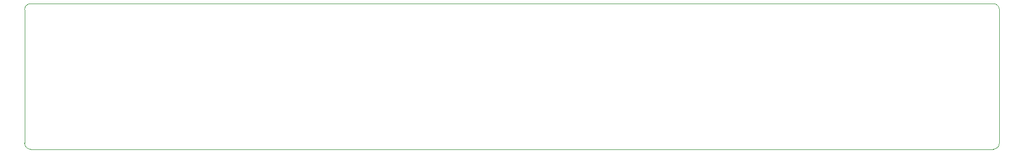
<source format=gbr>
G04 #@! TF.GenerationSoftware,KiCad,Pcbnew,(5.1.5)-2*
G04 #@! TF.CreationDate,2020-03-13T20:39:15+13:00*
G04 #@! TF.ProjectId,sony_plate,736f6e79-5f70-46c6-9174-652e6b696361,rev?*
G04 #@! TF.SameCoordinates,Original*
G04 #@! TF.FileFunction,Profile,NP*
%FSLAX46Y46*%
G04 Gerber Fmt 4.6, Leading zero omitted, Abs format (unit mm)*
G04 Created by KiCad (PCBNEW (5.1.5)-2) date 2020-03-13 20:39:15*
%MOMM*%
%LPD*%
G04 APERTURE LIST*
%ADD10C,0.050000*%
G04 APERTURE END LIST*
D10*
X31000000Y-100000000D02*
X189000000Y-100000000D01*
X30000000Y-123000000D02*
X30000000Y-101000000D01*
X189000000Y-124000000D02*
X31000000Y-124000000D01*
X190000000Y-101000000D02*
X190000000Y-123000000D01*
X31000000Y-124000000D02*
G75*
G02X30000000Y-123000000I0J1000000D01*
G01*
X30000000Y-101000000D02*
G75*
G02X31000000Y-100000000I1000000J0D01*
G01*
X190000000Y-123000000D02*
G75*
G02X189000000Y-124000000I-1000000J0D01*
G01*
X189000000Y-100000000D02*
G75*
G02X190000000Y-101000000I0J-1000000D01*
G01*
M02*

</source>
